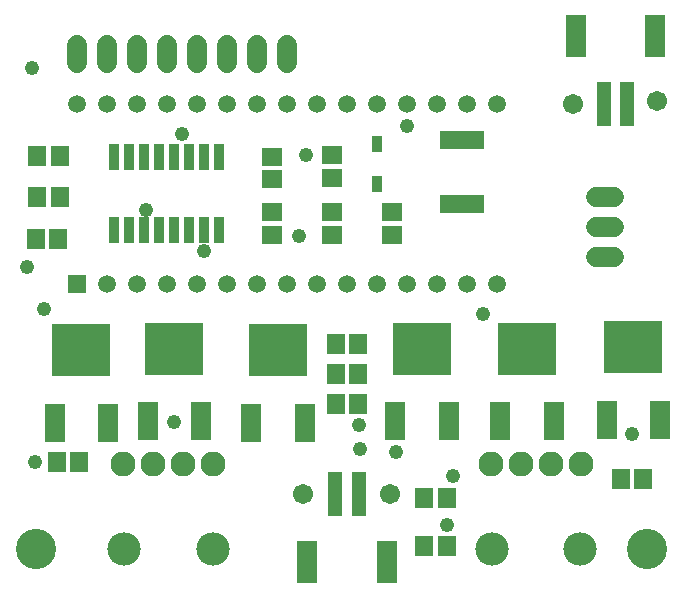
<source format=gts>
G75*
%MOIN*%
%OFA0B0*%
%FSLAX25Y25*%
%IPPOS*%
%LPD*%
%AMOC8*
5,1,8,0,0,1.08239X$1,22.5*
%
%ADD10C,0.13400*%
%ADD11R,0.03753X0.05524*%
%ADD12R,0.05950X0.05950*%
%ADD13C,0.05950*%
%ADD14C,0.06800*%
%ADD15R,0.06706X0.05918*%
%ADD16C,0.08280*%
%ADD17C,0.11135*%
%ADD18R,0.14816X0.06312*%
%ADD19R,0.03400X0.08800*%
%ADD20R,0.07099X0.12611*%
%ADD21R,0.19800X0.17300*%
%ADD22R,0.04737X0.14580*%
%ADD23R,0.06706X0.14186*%
%ADD24R,0.05918X0.06706*%
%ADD25C,0.04762*%
%ADD26C,0.06706*%
D10*
X0033000Y0048000D03*
X0236500Y0048000D03*
D11*
X0146500Y0169807D03*
X0146500Y0183193D03*
D12*
X0046500Y0136500D03*
D13*
X0056500Y0136500D03*
X0066500Y0136500D03*
X0076500Y0136500D03*
X0086500Y0136500D03*
X0096500Y0136500D03*
X0106500Y0136500D03*
X0116500Y0136500D03*
X0126500Y0136500D03*
X0136500Y0136500D03*
X0146500Y0136500D03*
X0156500Y0136500D03*
X0166500Y0136500D03*
X0176500Y0136500D03*
X0186500Y0136500D03*
X0186500Y0196500D03*
X0176500Y0196500D03*
X0166500Y0196500D03*
X0156500Y0196500D03*
X0146500Y0196500D03*
X0136500Y0196500D03*
X0126500Y0196500D03*
X0116500Y0196500D03*
X0106500Y0196500D03*
X0096500Y0196500D03*
X0086500Y0196500D03*
X0076500Y0196500D03*
X0066500Y0196500D03*
X0056500Y0196500D03*
X0046500Y0196500D03*
D14*
X0046500Y0210000D02*
X0046500Y0216000D01*
X0056500Y0216000D02*
X0056500Y0210000D01*
X0066500Y0210000D02*
X0066500Y0216000D01*
X0076500Y0216000D02*
X0076500Y0210000D01*
X0086500Y0210000D02*
X0086500Y0216000D01*
X0096500Y0216000D02*
X0096500Y0210000D01*
X0106500Y0210000D02*
X0106500Y0216000D01*
X0116500Y0216000D02*
X0116500Y0210000D01*
X0219500Y0165500D02*
X0225500Y0165500D01*
X0225500Y0155500D02*
X0219500Y0155500D01*
X0219500Y0145500D02*
X0225500Y0145500D01*
D15*
X0151500Y0152760D03*
X0151500Y0160240D03*
X0131500Y0160240D03*
X0131500Y0152760D03*
X0111500Y0152760D03*
X0111500Y0160240D03*
X0111500Y0171260D03*
X0111500Y0178740D03*
X0131500Y0179240D03*
X0131500Y0171760D03*
D16*
X0092000Y0076366D03*
X0082000Y0076366D03*
X0072000Y0076366D03*
X0062000Y0076366D03*
X0184500Y0076366D03*
X0194500Y0076366D03*
X0204500Y0076366D03*
X0214500Y0076366D03*
D17*
X0214264Y0048098D03*
X0184736Y0048098D03*
X0091764Y0048098D03*
X0062236Y0048098D03*
D18*
X0175000Y0163004D03*
X0175000Y0184500D03*
D19*
X0094000Y0178600D03*
X0089000Y0178600D03*
X0084000Y0178600D03*
X0079000Y0178600D03*
X0074000Y0178600D03*
X0069000Y0178600D03*
X0064000Y0178600D03*
X0059000Y0178600D03*
X0059000Y0154400D03*
X0064000Y0154400D03*
X0069000Y0154400D03*
X0074000Y0154400D03*
X0079000Y0154400D03*
X0084000Y0154400D03*
X0089000Y0154400D03*
X0094000Y0154400D03*
D20*
X0087976Y0090594D03*
X0104524Y0090094D03*
X0122476Y0090094D03*
X0152524Y0090594D03*
X0170476Y0090594D03*
X0187524Y0090594D03*
X0205476Y0090594D03*
X0223024Y0091094D03*
X0240976Y0091094D03*
X0070024Y0090594D03*
X0056976Y0090094D03*
X0039024Y0090094D03*
D21*
X0048000Y0114252D03*
X0079000Y0114752D03*
X0113500Y0114252D03*
X0161500Y0114752D03*
X0196500Y0114752D03*
X0232000Y0115252D03*
D22*
X0140437Y0066500D03*
X0132563Y0066500D03*
X0222063Y0196500D03*
X0229937Y0196500D03*
D23*
X0239189Y0219138D03*
X0212811Y0219138D03*
X0149689Y0043862D03*
X0123311Y0043862D03*
D24*
X0162260Y0049000D03*
X0169740Y0049000D03*
X0169740Y0065000D03*
X0162260Y0065000D03*
X0140240Y0096500D03*
X0132760Y0096500D03*
X0132760Y0106500D03*
X0140240Y0106500D03*
X0140240Y0116500D03*
X0132760Y0116500D03*
X0047240Y0077000D03*
X0039760Y0077000D03*
X0040240Y0151500D03*
X0032760Y0151500D03*
X0033260Y0165500D03*
X0040740Y0165500D03*
X0040740Y0179000D03*
X0033260Y0179000D03*
X0227760Y0071500D03*
X0235240Y0071500D03*
D25*
X0231500Y0086500D03*
X0182000Y0126500D03*
X0140500Y0089500D03*
X0141000Y0081500D03*
X0153000Y0080500D03*
X0172000Y0072500D03*
X0170000Y0056000D03*
X0079000Y0090500D03*
X0032500Y0077000D03*
X0035500Y0128000D03*
X0030000Y0142000D03*
X0069500Y0161000D03*
X0089000Y0147500D03*
X0120500Y0152500D03*
X0123000Y0179500D03*
X0156500Y0189000D03*
X0081500Y0186500D03*
X0031500Y0208500D03*
D26*
X0212000Y0196500D03*
X0240000Y0197500D03*
X0151000Y0066500D03*
X0122000Y0066500D03*
M02*

</source>
